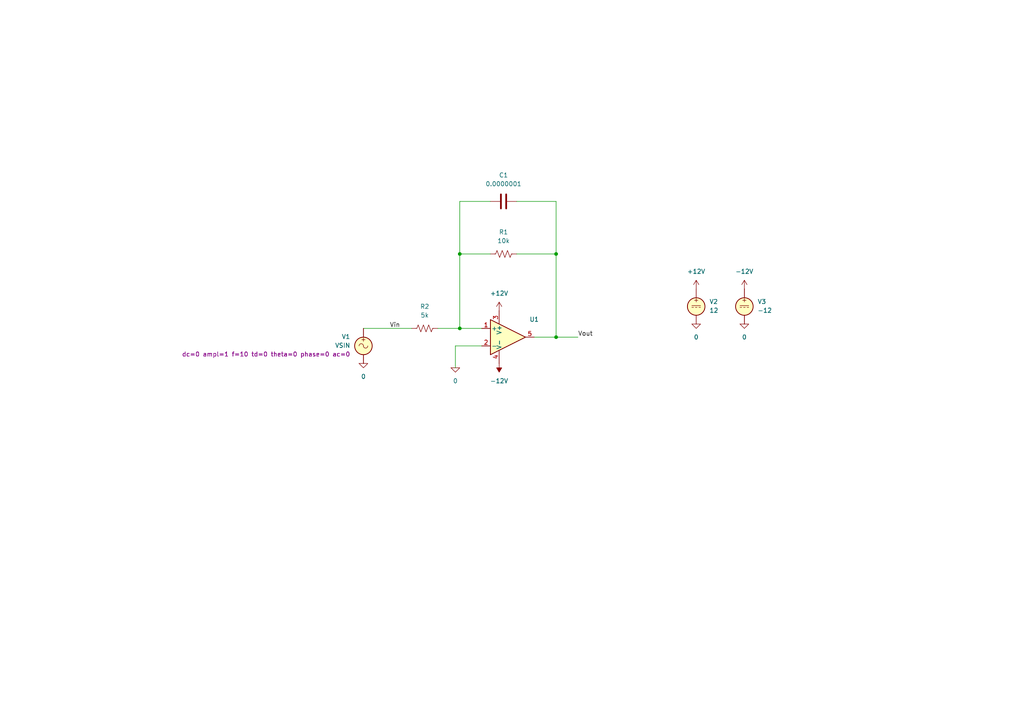
<source format=kicad_sch>
(kicad_sch (version 20250114) (generator "eeschema") (generator_version "9.0")
  (paper "A4")
  (lib_symbols
    (symbol "Device:C" (pin_numbers (hide yes)) (pin_names (offset 0.254))
      (property "Reference" "C" (at 0.635 2.54 0))
      (property "Value" "C" (at 0.635 -2.54 0))
      (symbol "C_0_1"
        (polyline (pts (xy -2.032 0.762) (xy 2.032 0.762)) (stroke (width 0.508)))
        (polyline (pts (xy -2.032 -0.762) (xy 2.032 -0.762)) (stroke (width 0.508)))
      )
      (symbol "C_1_1"
        (pin passive line (at 0 3.81 270) (length 2.794) (name "~") (number "1"))
        (pin passive line (at 0 -3.81 90) (length 2.794) (name "~") (number "2"))
      )
    )
    (symbol "Device:R_US" (pin_numbers (hide yes)) (pin_names (offset 0))
      (property "Reference" "R" (at 2.54 0 90))
      (property "Value" "R_US" (at -2.54 0 90))
      (symbol "R_US_0_1"
        (polyline (pts (xy 0 2.286) (xy 0 2.54)))
        (polyline (pts (xy 0 2.286) (xy 1.016 1.905) (xy 0 1.524) (xy -1.016 1.143) (xy 0 0.762)))
        (polyline (pts (xy 0 0.762) (xy 1.016 0.381) (xy 0 0) (xy -1.016 -0.381) (xy 0 -0.762)))
        (polyline (pts (xy 0 -0.762) (xy 1.016 -1.143) (xy 0 -1.524) (xy -1.016 -1.905) (xy 0 -2.286)))
        (polyline (pts (xy 0 -2.286) (xy 0 -2.54)))
      )
      (symbol "R_US_1_1"
        (pin passive line (at 0 3.81 270) (length 1.27) (name "~") (number "1"))
        (pin passive line (at 0 -3.81 90) (length 1.27) (name "~") (number "2"))
      )
    )
    (symbol "Simulation_SPICE:0" (power) (pin_numbers (hide yes)) (pin_names (offset 0) (hide yes))
      (property "Value" "0" (at 0 -2.54 0))
      (symbol "0_0_1"
        (polyline (pts (xy -1.27 0) (xy 0 -1.27) (xy 1.27 0) (xy -1.27 0)))
      )
      (symbol "0_1_1"
        (pin power_in line (at 0 0 0) (length 0) (name "~") (number "1"))
      )
    )
    (symbol "Simulation_SPICE:OPAMP" (pin_names (offset 0.254))
      (property "Reference" "U" (at 3.81 3.175 0))
      (property "Value" "${SIM.PARAMS}" (at 3.81 -3.175 0))
      (symbol "OPAMP_0_1"
        (polyline (pts (xy 5.08 0) (xy -5.08 5.08) (xy -5.08 -5.08) (xy 5.08 0)) (stroke (width 0.254)) (fill (type background)))
      )
      (symbol "OPAMP_1_1"
        (pin input line (at -7.62 2.54 0) (length 2.54) (name "+") (number "1"))
        (pin input line (at -7.62 -2.54 0) (length 2.54) (name "-") (number "2"))
        (pin power_in line (at -2.54 7.62 270) (length 3.81) (name "V+") (number "3"))
        (pin power_in line (at -2.54 -7.62 90) (length 3.81) (name "V-") (number "4"))
        (pin output line (at 7.62 0 180) (length 2.54) (name "~") (number "5"))
      )
    )
    (symbol "Simulation_SPICE:VDC" (pin_numbers (hide yes)) (pin_names (offset 0.0254))
      (property "Reference" "V" (at 2.54 2.54 0))
      (property "Value" "1" (at 2.54 0 0))
      (symbol "VDC_0_0"
        (polyline (pts (xy -1.27 0.254) (xy 1.27 0.254)))
        (polyline (pts (xy -0.762 -0.254) (xy -1.27 -0.254)))
        (polyline (pts (xy 0.254 -0.254) (xy -0.254 -0.254)))
        (polyline (pts (xy 1.27 -0.254) (xy 0.762 -0.254)))
        (text "+" (at 0 1.905 0) (effects (font (size 1.27 1.27))))
      )
      (symbol "VDC_0_1"
        (circle (center 0 0) (radius 2.54) (stroke (width 0.254)) (fill (type background)))
      )
      (symbol "VDC_1_1"
        (pin passive line (at 0 5.08 270) (length 2.54) (name "~") (number "1"))
        (pin passive line (at 0 -5.08 90) (length 2.54) (name "~") (number "2"))
      )
    )
    (symbol "Simulation_SPICE:VSIN" (pin_numbers (hide yes)) (pin_names (offset 0.0254))
      (property "Reference" "V" (at 2.54 2.54 0))
      (property "Value" "VSIN" (at 2.54 0 0))
      (property "Sim.Params" "dc=0 ampl=1 f=1k ac=1" (at 2.54 -2.54 0))
      (symbol "VSIN_0_0"
        (arc (start -1.27 0) (mid -0.635 0.6323) (end 0 0))
        (arc (start 1.27 0) (mid 0.635 -0.6323) (end 0 0))
        (text "+" (at 0 1.905 0) (effects (font (size 1.27 1.27))))
      )
      (symbol "VSIN_0_1"
        (circle (center 0 0) (radius 2.54) (stroke (width 0.254)) (fill (type background)))
      )
      (symbol "VSIN_1_1"
        (pin passive line (at 0 5.08 270) (length 2.54) (name "~") (number "1"))
        (pin passive line (at 0 -5.08 90) (length 2.54) (name "~") (number "2"))
      )
    )
    (symbol "power:+12V" (power) (pin_numbers (hide yes)) (pin_names (offset 0) (hide yes))
      (property "Value" "+12V" (at 0 3.556 0))
      (symbol "+12V_0_1"
        (polyline (pts (xy -0.762 1.27) (xy 0 2.54)))
        (polyline (pts (xy 0 2.54) (xy 0.762 1.27)))
        (polyline (pts (xy 0 0) (xy 0 2.54)))
      )
      (symbol "+12V_1_1"
        (pin power_in line (at 0 0 90) (length 0) (name "~") (number "1"))
      )
    )
    (symbol "power:-12V" (power) (pin_numbers (hide yes)) (pin_names (offset 0) (hide yes))
      (property "Value" "-12V" (at 0 3.556 0))
      (symbol "-12V_0_0"
        (pin power_in line (at 0 0 90) (length 0) (name "~") (number "1"))
      )
      (symbol "-12V_0_1"
        (polyline (pts (xy 0 0) (xy 0 1.27) (xy 0.762 1.27) (xy 0 2.54) (xy -0.762 1.27) (xy 0 1.27)) (fill (type outline)))
      )
    )
  )
  (junction (at 161.29 73.66))
  (junction (at 133.35 95.25))
  (junction (at 161.29 97.79))
  (junction (at 133.35 73.66))
  (wire (pts (xy 127 95.25) (xy 133.35 95.25)))
  (wire (pts (xy 154.94 97.79) (xy 161.29 97.79)))
  (wire (pts (xy 133.35 95.25) (xy 133.35 73.66)))
  (wire (pts (xy 133.35 73.66) (xy 142.24 73.66)))
  (wire (pts (xy 161.29 58.42) (xy 161.29 73.66)))
  (wire (pts (xy 133.35 95.25) (xy 139.7 95.25)))
  (wire (pts (xy 161.29 97.79) (xy 167.64 97.79)))
  (wire (pts (xy 161.29 73.66) (xy 161.29 97.79)))
  (wire (pts (xy 132.08 100.33) (xy 132.08 106.68)))
  (wire (pts (xy 133.35 73.66) (xy 133.35 58.42)))
  (wire (pts (xy 149.86 58.42) (xy 161.29 58.42)))
  (wire (pts (xy 149.86 73.66) (xy 161.29 73.66)))
  (wire (pts (xy 105.41 95.25) (xy 119.38 95.25)))
  (wire (pts (xy 139.7 100.33) (xy 132.08 100.33)))
  (wire (pts (xy 133.35 58.42) (xy 142.24 58.42)))
  (label "Vout" (at 167.64 97.79 0))
  (label "Vin" (at 113.03 95.25 0))
  (symbol (lib_id "Simulation_SPICE:OPAMP") (at 147.32 97.79 0) (unit 1)
    (property "Reference" "U1" (at 154.94 92.6398 0))
    (property "Value" "${SIM.PARAMS}" (at 154.94 94.5449 0))
    (property "Datasheet" "https://ngspice.sourceforge.io/docs/ngspice-html-manual/manual.xhtml#sec__SUBCKT_Subcircuits" (effects (hide yes)))
    (property "Description" "Operational amplifier, single" (effects (hide yes)))
    (property "Sim.Pins" "1=in+ 2=in- 3=vcc 4=vee 5=out" (effects (hide yes)))
    (property "Sim.Device" "SUBCKT" (effects (hide yes)))
    (property "Sim.Library" "${KICAD9_SYMBOL_DIR}/Simulation_SPICE.sp" (effects (hide yes)))
    (property "Sim.Name" "kicad_builtin_opamp" (effects (hide yes)))
  )
  (symbol (lib_id "Simulation_SPICE:0") (at 215.9 93.98 0) (unit 1)
    (property "Reference" "#GND04" (effects (hide yes)))
    (property "Value" "0" (at 215.9 97.79 0))
    (property "Datasheet" "https://ngspice.sourceforge.io/docs/ngspice-html-manual/manual.xhtml#subsec_Circuit_elements__device" (effects (hide yes)))
    (property "Description" "0V reference potential for simulation" (effects (hide yes)))
  )
  (symbol (lib_id "Device:R_US") (at 123.19 95.25 90) (unit 1)
    (property "Reference" "R2" (at 123.19 88.9 90))
    (property "Value" "5k" (at 123.19 91.44 90))
    (property "Description" "Resistor, US symbol" (effects (hide yes)))
  )
  (symbol (lib_id "power:+12V") (at 201.93 83.82 0) (unit 1)
    (property "Reference" "#PWR03" (effects (hide yes)))
    (property "Value" "+12V" (at 201.93 78.74 0))
    (property "Description" "Power symbol creates a global label with name \"+12V\"" (effects (hide yes)))
  )
  (symbol (lib_id "Simulation_SPICE:VDC") (at 215.9 88.9 0) (unit 1)
    (property "Reference" "V3" (at 219.71 87.5001 0) (effects (justify left)))
    (property "Value" "-12" (at 219.71 90.0401 0) (effects (justify left)))
    (property "Datasheet" "https://ngspice.sourceforge.io/docs/ngspice-html-manual/manual.xhtml#sec_Independent_Sources_for" (effects (hide yes)))
    (property "Description" "Voltage source, DC" (effects (hide yes)))
    (property "Sim.Pins" "1=+ 2=-" (effects (hide yes)))
    (property "Sim.Type" "DC" (effects (hide yes)))
    (property "Sim.Device" "V" (effects (hide yes)))
  )
  (symbol (lib_id "power:+12V") (at 144.78 90.17 0) (unit 1)
    (property "Reference" "#PWR01" (effects (hide yes)))
    (property "Value" "+12V" (at 144.78 85.09 0))
    (property "Description" "Power symbol creates a global label with name \"+12V\"" (effects (hide yes)))
  )
  (symbol (lib_id "Simulation_SPICE:VDC") (at 201.93 88.9 0) (unit 1)
    (property "Reference" "V2" (at 205.74 87.5001 0) (effects (justify left)))
    (property "Value" "12" (at 205.74 90.0401 0) (effects (justify left)))
    (property "Datasheet" "https://ngspice.sourceforge.io/docs/ngspice-html-manual/manual.xhtml#sec_Independent_Sources_for" (effects (hide yes)))
    (property "Description" "Voltage source, DC" (effects (hide yes)))
    (property "Sim.Pins" "1=+ 2=-" (effects (hide yes)))
    (property "Sim.Type" "DC" (effects (hide yes)))
    (property "Sim.Device" "V" (effects (hide yes)))
  )
  (symbol (lib_id "Simulation_SPICE:VSIN") (at 105.41 100.33 0) (unit 1)
    (property "Reference" "V1" (at 101.6 97.6601 0) (effects (justify right)))
    (property "Value" "VSIN" (at 101.6 100.2001 0) (effects (justify right)))
    (property "Datasheet" "https://ngspice.sourceforge.io/docs/ngspice-html-manual/manual.xhtml#sec_Independent_Sources_for" (effects (hide yes)))
    (property "Description" "Voltage source, sinusoidal" (effects (hide yes)))
    (property "Sim.Pins" "1=+ 2=-" (effects (hide yes)))
    (property "Sim.Params" "dc=0 ampl=1 f=10 td=0 theta=0 phase=0 ac=0" (at 101.6 102.7401 0) (effects (justify right)))
    (property "Sim.Type" "SIN" (effects (hide yes)))
    (property "Sim.Device" "V" (effects (hide yes)))
  )
  (symbol (lib_id "Simulation_SPICE:0") (at 201.93 93.98 0) (unit 1)
    (property "Reference" "#GND03" (effects (hide yes)))
    (property "Value" "0" (at 201.93 97.79 0))
    (property "Datasheet" "https://ngspice.sourceforge.io/docs/ngspice-html-manual/manual.xhtml#subsec_Circuit_elements__device" (effects (hide yes)))
    (property "Description" "0V reference potential for simulation" (effects (hide yes)))
  )
  (symbol (lib_id "power:-12V") (at 144.78 105.41 180) (unit 1)
    (property "Reference" "#PWR02" (effects (hide yes)))
    (property "Value" "-12V" (at 144.78 110.49 0))
    (property "Description" "Power symbol creates a global label with name \"-12V\"" (effects (hide yes)))
  )
  (symbol (lib_id "Device:C") (at 146.05 58.42 90) (unit 1)
    (property "Reference" "C1" (at 146.05 50.8 90))
    (property "Value" "0.0000001" (at 146.05 53.34 90))
    (property "Description" "Unpolarized capacitor" (effects (hide yes)))
  )
  (symbol (lib_id "Device:R_US") (at 146.05 73.66 90) (unit 1)
    (property "Reference" "R1" (at 146.05 67.31 90))
    (property "Value" "10k" (at 146.05 69.85 90))
    (property "Description" "Resistor, US symbol" (effects (hide yes)))
  )
  (symbol (lib_id "power:+12V") (at 215.9 83.82 0) (unit 1)
    (property "Reference" "#PWR04" (effects (hide yes)))
    (property "Value" "-12V" (at 215.9 78.74 0))
    (property "Description" "Power symbol creates a global label with name \"+12V\"" (effects (hide yes)))
  )
  (symbol (lib_id "Simulation_SPICE:0") (at 132.08 106.68 0) (unit 1)
    (property "Reference" "#GND01" (effects (hide yes)))
    (property "Value" "0" (at 132.08 110.49 0))
    (property "Datasheet" "https://ngspice.sourceforge.io/docs/ngspice-html-manual/manual.xhtml#subsec_Circuit_elements__device" (effects (hide yes)))
    (property "Description" "0V reference potential for simulation" (effects (hide yes)))
  )
  (symbol (lib_id "Simulation_SPICE:0") (at 105.41 105.41 0) (unit 1)
    (property "Reference" "#GND02" (effects (hide yes)))
    (property "Value" "0" (at 105.41 109.22 0))
    (property "Datasheet" "https://ngspice.sourceforge.io/docs/ngspice-html-manual/manual.xhtml#subsec_Circuit_elements__device" (effects (hide yes)))
    (property "Description" "0V reference potential for simulation" (effects (hide yes)))
  )
)
</source>
